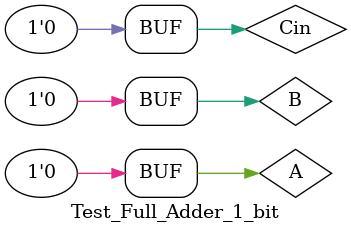
<source format=v>
`timescale 100ps/1ps
module Test_Full_Adder_1_bit ;
reg  A, B, Cin;
wire Sum, Cout;
// Testing of behavioral model of a single bit full adder
Full_Adder_1_bit DUT1(A, B, Cin, Sum, Cout);

initial begin
	Cin=1'b0;
	A = 1'b0; 
	B = 1'b0;
  #1
	B = 1'b1;
  #1
	A = 1'b1;
  #1
	B = 1'b0;
  #1
	A = 1'b0;
// it takes only 500ps in simulation
end 

initial begin
	$monitor ("time:%2d   A: %b   B:%b   Sum: %b   Cout: %b\n",  
			   $time	, A		, B	   , Sum	 , Cout       );
end
endmodule


</source>
